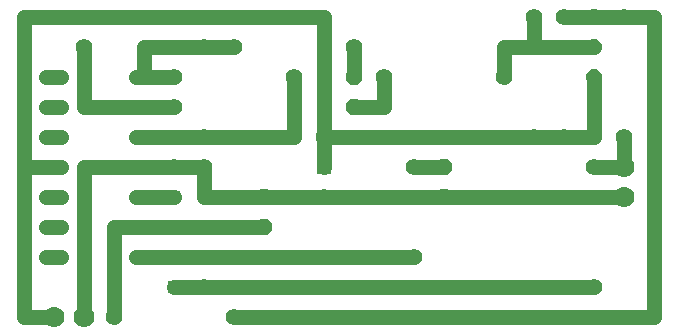
<source format=gbl>
G75*
%MOIN*%
%OFA0B0*%
%FSLAX25Y25*%
%IPPOS*%
%LPD*%
%AMOC8*
5,1,8,0,0,1.08239X$1,22.5*
%
%ADD10C,0.05543*%
%ADD11R,0.04756X0.04756*%
%ADD12C,0.05150*%
%ADD13OC8,0.05200*%
%ADD14C,0.07000*%
%ADD15OC8,0.05150*%
%ADD16C,0.05000*%
%ADD17R,0.03962X0.03962*%
D10*
X0041000Y0011833D03*
X0071000Y0021833D03*
X0081000Y0011833D03*
X0141000Y0031833D03*
X0111000Y0051833D03*
X0141000Y0061833D03*
X0111000Y0071833D03*
X0101000Y0091833D03*
X0081000Y0101833D03*
X0071000Y0101833D03*
X0061000Y0091833D03*
X0061000Y0081833D03*
X0071000Y0071833D03*
X0071000Y0061833D03*
X0061000Y0061833D03*
X0131000Y0091833D03*
X0121000Y0101833D03*
X0171000Y0091833D03*
X0181000Y0071833D03*
X0191000Y0071833D03*
X0201000Y0061833D03*
X0211000Y0071833D03*
X0211000Y0111833D03*
X0191000Y0111833D03*
X0181000Y0111833D03*
X0031000Y0101833D03*
X0201000Y0021833D03*
D11*
X0111000Y0061833D03*
D12*
X0053575Y0061833D02*
X0048425Y0061833D01*
X0048425Y0051833D02*
X0053575Y0051833D01*
X0053575Y0041833D02*
X0048425Y0041833D01*
X0048425Y0031833D02*
X0053575Y0031833D01*
X0023575Y0031833D02*
X0018425Y0031833D01*
X0018425Y0041833D02*
X0023575Y0041833D01*
X0023575Y0051833D02*
X0018425Y0051833D01*
X0018425Y0061833D02*
X0023575Y0061833D01*
X0023575Y0071833D02*
X0018425Y0071833D01*
X0018425Y0081833D02*
X0023575Y0081833D01*
X0023575Y0091833D02*
X0018425Y0091833D01*
X0048425Y0091833D02*
X0053575Y0091833D01*
X0053575Y0081833D02*
X0048425Y0081833D01*
X0048425Y0071833D02*
X0053575Y0071833D01*
D13*
X0091000Y0051833D03*
X0091000Y0041833D03*
X0151000Y0051833D03*
X0151000Y0061833D03*
X0121000Y0081833D03*
X0121000Y0091833D03*
D14*
X0211000Y0061833D03*
X0211000Y0051833D03*
X0031000Y0011833D03*
X0021000Y0011833D03*
D15*
X0201000Y0091833D03*
X0201000Y0101833D03*
X0201000Y0111833D03*
D16*
X0011000Y0061833D02*
X0011000Y0011833D01*
X0021000Y0011833D01*
X0031000Y0011833D02*
X0031000Y0061833D01*
X0051000Y0061833D01*
X0061000Y0061833D01*
X0071000Y0061833D01*
X0071000Y0051833D01*
X0091000Y0051833D01*
X0111000Y0051833D01*
X0151000Y0051833D01*
X0211000Y0051833D01*
X0211000Y0061833D02*
X0201000Y0061833D01*
X0211000Y0061833D02*
X0211000Y0071833D01*
X0201000Y0071833D02*
X0191000Y0071833D01*
X0181000Y0071833D01*
X0191000Y0071833D02*
X0111000Y0071833D01*
X0111000Y0061833D01*
X0111000Y0051833D02*
X0116000Y0051833D01*
X0091000Y0041833D02*
X0051000Y0041833D01*
X0046000Y0041833D01*
X0041000Y0041833D02*
X0051000Y0041833D01*
X0041000Y0041833D02*
X0041000Y0011833D01*
X0061000Y0021833D02*
X0071000Y0021833D01*
X0201000Y0021833D01*
X0221000Y0011833D02*
X0221000Y0111833D01*
X0201000Y0111833D01*
X0191000Y0111833D01*
X0201000Y0111833D02*
X0211000Y0111833D01*
X0201000Y0101833D02*
X0181000Y0101833D01*
X0181000Y0111833D01*
X0181000Y0101833D02*
X0171000Y0101833D01*
X0171000Y0096833D01*
X0171000Y0091833D01*
X0201000Y0091833D02*
X0201000Y0071833D01*
X0151000Y0061833D02*
X0141000Y0061833D01*
X0111000Y0071833D02*
X0111000Y0111833D01*
X0011000Y0111833D01*
X0011000Y0061833D01*
X0021000Y0061833D01*
X0051000Y0051833D02*
X0061000Y0051833D01*
X0071000Y0071833D02*
X0051000Y0071833D01*
X0051000Y0081833D02*
X0061000Y0081833D01*
X0051000Y0081833D02*
X0031000Y0081833D01*
X0031000Y0101833D01*
X0051000Y0101833D02*
X0051000Y0091833D01*
X0061000Y0091833D01*
X0051000Y0101833D02*
X0071000Y0101833D01*
X0081000Y0101833D01*
X0101000Y0091833D02*
X0101000Y0071833D01*
X0071000Y0071833D01*
X0121000Y0081833D02*
X0131000Y0081833D01*
X0131000Y0091833D01*
X0121000Y0091833D02*
X0121000Y0101833D01*
X0131000Y0031833D02*
X0051000Y0031833D01*
X0081000Y0011833D02*
X0221000Y0011833D01*
X0141000Y0031833D02*
X0131000Y0031833D01*
D17*
X0131000Y0031833D03*
X0061000Y0021833D03*
X0061000Y0051833D03*
X0131000Y0081833D03*
M02*

</source>
